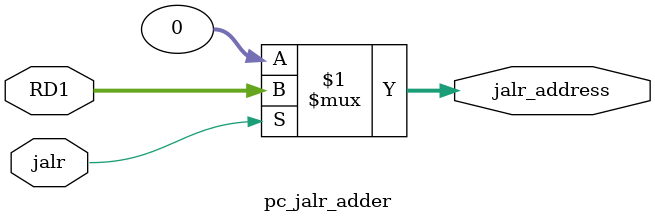
<source format=v>
module pc_jalr_adder(jalr , RD1 , jalr_address);
        input jalr;
        input [31:0] RD1;
        output [31:0] jalr_address;

        assign jalr_address = (jalr) ? RD1 : 32'b0;

endmodule
</source>
